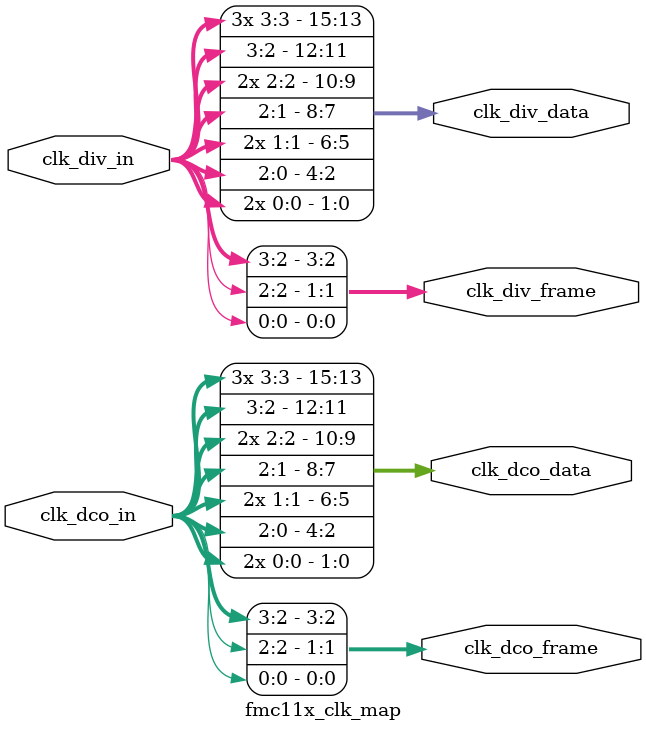
<source format=v>
module fmc11x_clk_map #(
    parameter N_IC=4,
    localparam N_CH=4*N_IC
) (
    input  [N_IC-1:0] clk_dco_in,
    input  [N_IC-1:0] clk_div_in,
    output [N_IC-1:0] clk_dco_frame,
    output [N_IC-1:0] clk_div_frame,
    output [N_CH-1:0] clk_dco_data,
    output [N_CH-1:0] clk_div_data
);
    assign clk_dco_data[0 ] = clk_dco_in[0];
    assign clk_dco_data[1 ] = clk_dco_in[0];
    assign clk_dco_data[2 ] = clk_dco_in[0];
    assign clk_dco_data[3 ] = clk_dco_in[1]; // not 0
    assign clk_dco_data[4 ] = clk_dco_in[2]; // not 1
    assign clk_dco_data[5 ] = clk_dco_in[1];
    assign clk_dco_data[6 ] = clk_dco_in[1];
    assign clk_dco_data[7 ] = clk_dco_in[1];
    assign clk_dco_data[8 ] = clk_dco_in[2];
    assign clk_dco_data[9 ] = clk_dco_in[2];
    assign clk_dco_data[10] = clk_dco_in[2];
    assign clk_dco_data[11] = clk_dco_in[2];


    assign clk_div_data[0 ] = clk_div_in[0];
    assign clk_div_data[1 ] = clk_div_in[0];
    assign clk_div_data[2 ] = clk_div_in[0];
    assign clk_div_data[3 ] = clk_div_in[1]; // not 0
    assign clk_div_data[4 ] = clk_div_in[2]; // not 1
    assign clk_div_data[5 ] = clk_div_in[1];
    assign clk_div_data[6 ] = clk_div_in[1];
    assign clk_div_data[7 ] = clk_div_in[1];
    assign clk_div_data[8 ] = clk_div_in[2];
    assign clk_div_data[9 ] = clk_div_in[2];
    assign clk_div_data[10] = clk_div_in[2];
    assign clk_div_data[11] = clk_div_in[2];

    assign clk_dco_frame[0] = clk_dco_in[0];
    assign clk_dco_frame[1] = clk_dco_in[2]; // not 1
    assign clk_dco_frame[2] = clk_dco_in[2];

    assign clk_div_frame[0] = clk_div_in[0];
    assign clk_div_frame[1] = clk_div_in[2]; // not 1
    assign clk_div_frame[2] = clk_div_in[2];

generate
	if (N_IC==4) begin : ic4
    assign clk_dco_data[12] = clk_dco_in[3];
    assign clk_dco_data[13] = clk_dco_in[3];
    assign clk_dco_data[14] = clk_dco_in[3];
    assign clk_dco_data[15] = clk_dco_in[3];
    assign clk_div_data[12] = clk_div_in[3];
    assign clk_div_data[13] = clk_div_in[3];
    assign clk_div_data[14] = clk_div_in[3];
    assign clk_div_data[15] = clk_div_in[3];
    assign clk_dco_frame[3] = clk_dco_in[3];
    assign clk_div_frame[3] = clk_div_in[3];
end endgenerate

endmodule

</source>
